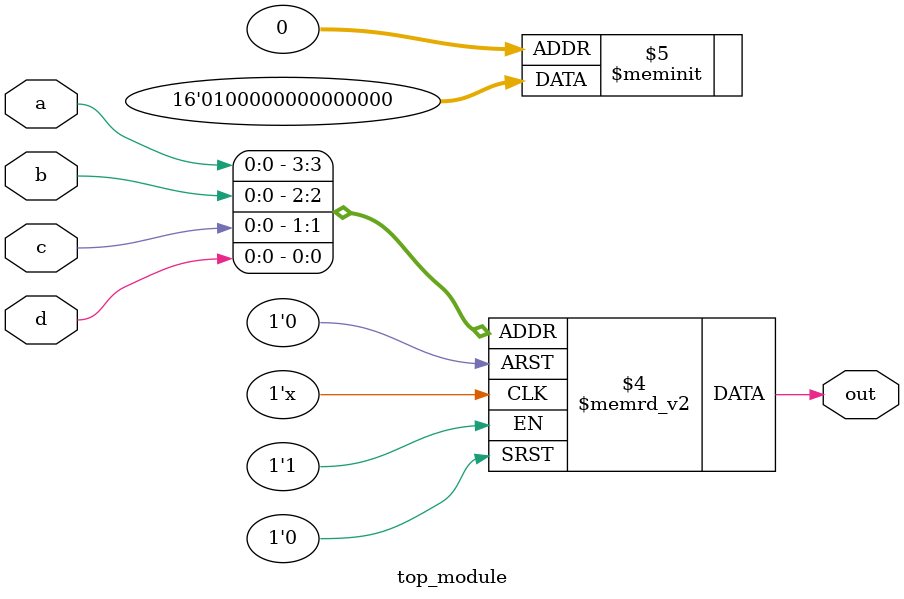
<source format=sv>
module top_module (
	input a, 
	input b,
	input c,
	input d,
	output reg out
);

	always @(*) begin
		case ({a, b, c, d})
			4'b0000: out = 1'b0;
			4'b0001: out = 1'b0;
			4'b0010: out = 1'b0;
			4'b0011: out = 1'b0;
			4'b0100: out = 1'b0;
			4'b0101: out = 1'b0;
			4'b0110: out = 1'b0;
			4'b0111: out = 1'b0;
			4'b1000: out = 1'b0;
			4'b1001: out = 1'b0;
			4'b1010: out = 1'b0;
			4'b1011: out = 1'b0;
			4'b1100: out = 1'b0;
			4'b1101: out = 1'b0;
			4'b1110: out = 1'b1;
			4'b1111: out = 1'b0;
			default: out = 1'b0;
		endcase
	end
endmodule

</source>
